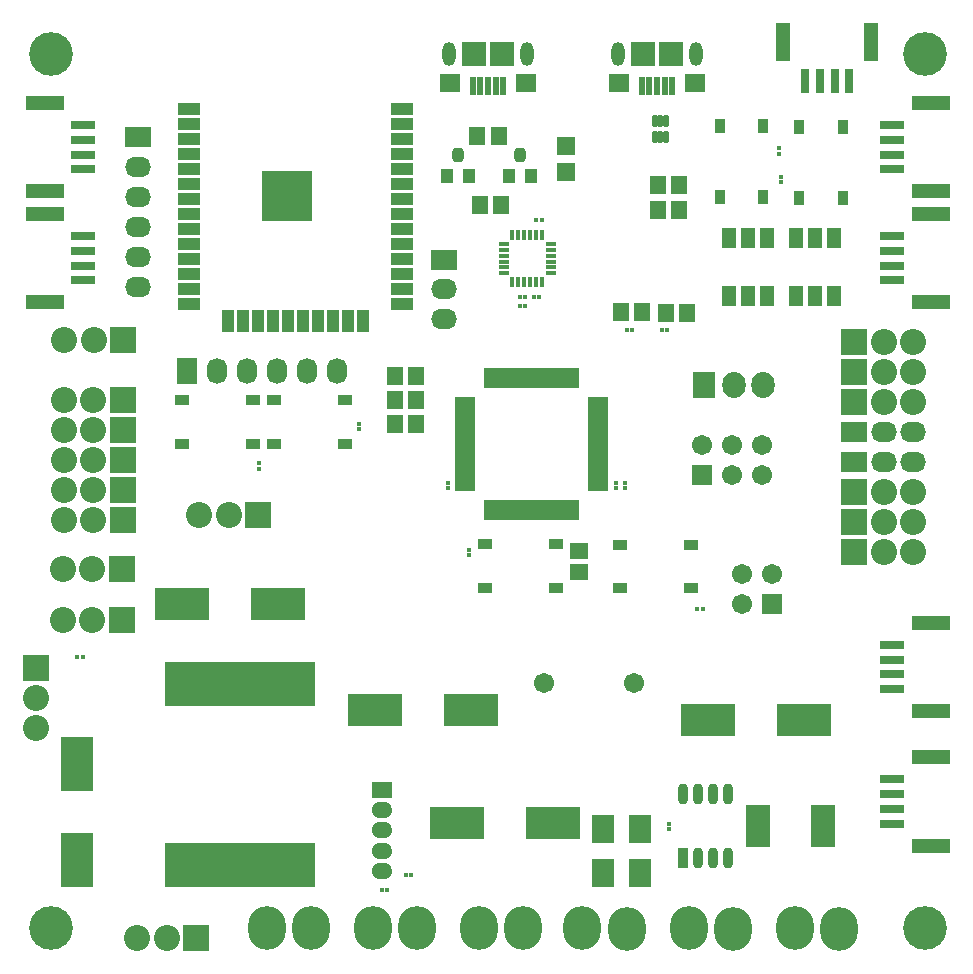
<source format=gts>
G04*
G04 #@! TF.GenerationSoftware,Altium Limited,Altium Designer,20.1.8 (145)*
G04*
G04 Layer_Color=8388736*
%FSLAX25Y25*%
%MOIN*%
G70*
G04*
G04 #@! TF.SameCoordinates,80DC2721-EA0D-41AB-A6B1-568E3CCDEEEF*
G04*
G04*
G04 #@! TF.FilePolarity,Negative*
G04*
G01*
G75*
%ADD21R,0.01900X0.06600*%
%ADD22R,0.05524X0.06312*%
%ADD23R,0.01378X0.01378*%
%ADD24R,0.01378X0.01378*%
%ADD25R,0.04737X0.03556*%
%ADD26R,0.10642X0.18123*%
%ADD27R,0.06312X0.05524*%
G04:AMPARAMS|DCode=28|XSize=46.27mil|YSize=39.58mil|CornerRadius=11.89mil|HoleSize=0mil|Usage=FLASHONLY|Rotation=90.000|XOffset=0mil|YOffset=0mil|HoleType=Round|Shape=RoundedRectangle|*
%AMROUNDEDRECTD28*
21,1,0.04627,0.01579,0,0,90.0*
21,1,0.02248,0.03958,0,0,90.0*
1,1,0.02379,0.00789,0.01124*
1,1,0.02379,0.00789,-0.01124*
1,1,0.02379,-0.00789,-0.01124*
1,1,0.02379,-0.00789,0.01124*
%
%ADD28ROUNDEDRECTD28*%
%ADD29R,0.03958X0.04627*%
%ADD30R,0.06312X0.06312*%
%ADD31R,0.06600X0.01900*%
%ADD32R,0.18123X0.10642*%
%ADD33R,0.04737X0.06706*%
%ADD34R,0.03556X0.04737*%
%ADD35R,0.04737X0.13005*%
%ADD36R,0.03162X0.08280*%
G04:AMPARAMS|DCode=37|XSize=37.53mil|YSize=21.78mil|CornerRadius=4.55mil|HoleSize=0mil|Usage=FLASHONLY|Rotation=90.000|XOffset=0mil|YOffset=0mil|HoleType=Round|Shape=RoundedRectangle|*
%AMROUNDEDRECTD37*
21,1,0.03753,0.01268,0,0,90.0*
21,1,0.02843,0.02178,0,0,90.0*
1,1,0.00910,0.00634,0.01421*
1,1,0.00910,0.00634,-0.01421*
1,1,0.00910,-0.00634,-0.01421*
1,1,0.00910,-0.00634,0.01421*
%
%ADD37ROUNDEDRECTD37*%
%ADD38R,0.03202X0.07099*%
%ADD39O,0.03202X0.07099*%
%ADD40R,0.07300X0.09300*%
%ADD41R,0.50013X0.14580*%
%ADD42R,0.03810X0.01724*%
%ADD43R,0.01724X0.03810*%
%ADD44R,0.07493X0.04343*%
%ADD45R,0.04343X0.07493*%
%ADD46R,0.16548X0.16548*%
%ADD47R,0.07887X0.14186*%
%ADD48R,0.08280X0.08280*%
%ADD49R,0.07099X0.06312*%
%ADD50R,0.02375X0.06115*%
%ADD51R,0.13005X0.04737*%
%ADD52R,0.08280X0.03162*%
%ADD53C,0.08674*%
%ADD54R,0.08674X0.08674*%
%ADD55O,0.07690X0.08674*%
%ADD56R,0.07690X0.08674*%
%ADD57C,0.06706*%
%ADD58O,0.08674X0.06706*%
%ADD59R,0.08674X0.06706*%
%ADD60O,0.06942X0.05328*%
%ADD61R,0.06942X0.05328*%
%ADD62R,0.08674X0.08674*%
%ADD63O,0.06706X0.08674*%
%ADD64R,0.06706X0.08674*%
%ADD65C,0.14580*%
%ADD66O,0.12611X0.14580*%
%ADD67O,0.04343X0.07887*%
%ADD68R,0.06706X0.06706*%
%ADD69O,0.08674X0.06800*%
%ADD70R,0.08674X0.06800*%
%ADD71R,0.06706X0.06706*%
%ADD72C,0.01887*%
D21*
X273472Y293754D02*
D03*
X271472D02*
D03*
X255672Y249553D02*
D03*
X257672D02*
D03*
X259672D02*
D03*
X261572D02*
D03*
X263572D02*
D03*
X265572D02*
D03*
X267472D02*
D03*
X269472D02*
D03*
X271472D02*
D03*
X273472D02*
D03*
X275372D02*
D03*
X277372D02*
D03*
X279372D02*
D03*
X281272D02*
D03*
X283272D02*
D03*
X285272D02*
D03*
Y293754D02*
D03*
X283272D02*
D03*
X281272D02*
D03*
X279372D02*
D03*
X277372D02*
D03*
X275372D02*
D03*
X269472D02*
D03*
X267472D02*
D03*
X265572D02*
D03*
X263572D02*
D03*
X261572D02*
D03*
X259672D02*
D03*
X257672D02*
D03*
X255672D02*
D03*
D22*
X300197Y315551D02*
D03*
X307283D02*
D03*
X322342Y315453D02*
D03*
X315256D02*
D03*
X319685Y357874D02*
D03*
X312598D02*
D03*
X319685Y349705D02*
D03*
X312598D02*
D03*
X259449Y374311D02*
D03*
X252362D02*
D03*
X231988Y286417D02*
D03*
X224902D02*
D03*
X231988Y294488D02*
D03*
X224902D02*
D03*
X231988Y278445D02*
D03*
X224902D02*
D03*
X260335Y351279D02*
D03*
X253248D02*
D03*
D23*
X302165Y309547D02*
D03*
X303937D02*
D03*
X313976D02*
D03*
X315748D02*
D03*
X272047Y346358D02*
D03*
X273819D02*
D03*
X271260Y320768D02*
D03*
X273031D02*
D03*
X266437Y317717D02*
D03*
X268209D02*
D03*
X266437Y320669D02*
D03*
X268209D02*
D03*
X327461Y216732D02*
D03*
X325689D02*
D03*
X230217Y127953D02*
D03*
X228445D02*
D03*
X222342Y123031D02*
D03*
X220571D02*
D03*
X118996Y200787D02*
D03*
X120768D02*
D03*
D24*
X249508Y236417D02*
D03*
Y234646D02*
D03*
X353445Y360630D02*
D03*
Y358858D02*
D03*
X353051Y368504D02*
D03*
Y370276D02*
D03*
X179429Y265256D02*
D03*
Y263484D02*
D03*
X212795Y278445D02*
D03*
Y276673D02*
D03*
X242421Y256988D02*
D03*
Y258760D02*
D03*
X301575Y256988D02*
D03*
Y258760D02*
D03*
X298721Y256988D02*
D03*
Y258760D02*
D03*
X316142Y144980D02*
D03*
Y143209D02*
D03*
D25*
X299803Y238091D02*
D03*
Y223524D02*
D03*
X323425Y238091D02*
D03*
Y223524D02*
D03*
X153937Y286221D02*
D03*
Y271654D02*
D03*
X177559Y286221D02*
D03*
Y271654D02*
D03*
X184646Y286221D02*
D03*
Y271654D02*
D03*
X208268Y286221D02*
D03*
Y271654D02*
D03*
X254921Y238287D02*
D03*
Y223721D02*
D03*
X278543Y238287D02*
D03*
Y223721D02*
D03*
D26*
X118898Y165032D02*
D03*
Y133031D02*
D03*
D27*
X286122Y236122D02*
D03*
Y229035D02*
D03*
D28*
X266732Y368110D02*
D03*
X246063D02*
D03*
D29*
X270413Y361110D02*
D03*
X262932D02*
D03*
X242263D02*
D03*
X249743D02*
D03*
D30*
X281890Y362402D02*
D03*
Y371063D02*
D03*
D31*
X292572Y256854D02*
D03*
Y258854D02*
D03*
Y260854D02*
D03*
Y262754D02*
D03*
Y264754D02*
D03*
Y266754D02*
D03*
Y268653D02*
D03*
Y270654D02*
D03*
Y272654D02*
D03*
Y274654D02*
D03*
Y276554D02*
D03*
Y278554D02*
D03*
Y280554D02*
D03*
Y282453D02*
D03*
Y284454D02*
D03*
Y286454D02*
D03*
X248372D02*
D03*
Y284454D02*
D03*
Y282453D02*
D03*
Y280554D02*
D03*
Y278554D02*
D03*
Y276554D02*
D03*
Y274654D02*
D03*
Y272654D02*
D03*
Y270654D02*
D03*
Y268653D02*
D03*
Y266754D02*
D03*
Y264754D02*
D03*
Y262754D02*
D03*
Y260854D02*
D03*
Y258854D02*
D03*
Y256854D02*
D03*
D32*
X361094Y179528D02*
D03*
X329095D02*
D03*
X153996Y218406D02*
D03*
X185996D02*
D03*
X245532Y145374D02*
D03*
X277532D02*
D03*
X218366Y182874D02*
D03*
X250366D02*
D03*
D33*
X336319Y321063D02*
D03*
X342618D02*
D03*
X348917D02*
D03*
X336319Y340354D02*
D03*
X342618D02*
D03*
X348917D02*
D03*
X358661Y320965D02*
D03*
X364961D02*
D03*
X371260D02*
D03*
X358661Y340256D02*
D03*
X364961D02*
D03*
X371260D02*
D03*
D34*
X374114Y377362D02*
D03*
X359547D02*
D03*
X374114Y353740D02*
D03*
X359547D02*
D03*
X347736Y377658D02*
D03*
X333169D02*
D03*
X347736Y354035D02*
D03*
X333169D02*
D03*
D35*
X383731Y405512D02*
D03*
X354331D02*
D03*
D36*
X376395Y392712D02*
D03*
X371473D02*
D03*
X366552D02*
D03*
X361631D02*
D03*
D37*
X311417Y374055D02*
D03*
X313386D02*
D03*
X315354D02*
D03*
Y379488D02*
D03*
X313386D02*
D03*
X311417D02*
D03*
D38*
X320905Y133661D02*
D03*
D39*
X325905D02*
D03*
X330906D02*
D03*
X335906D02*
D03*
X320905Y154921D02*
D03*
X325905D02*
D03*
X330906D02*
D03*
X335906D02*
D03*
D40*
X294094Y128740D02*
D03*
X306594D02*
D03*
X294094Y143307D02*
D03*
X306594D02*
D03*
D41*
X173228Y191634D02*
D03*
Y131201D02*
D03*
D42*
X261240Y338386D02*
D03*
Y336417D02*
D03*
Y334449D02*
D03*
Y332480D02*
D03*
Y330512D02*
D03*
Y328543D02*
D03*
X276752D02*
D03*
Y330512D02*
D03*
Y332480D02*
D03*
Y334449D02*
D03*
Y336417D02*
D03*
Y338386D02*
D03*
D43*
X264075Y325709D02*
D03*
X266043D02*
D03*
X268012D02*
D03*
X269980D02*
D03*
X271949D02*
D03*
X273917D02*
D03*
Y341220D02*
D03*
X271949D02*
D03*
X269980D02*
D03*
X268012D02*
D03*
X266043D02*
D03*
X264075D02*
D03*
D44*
X227165Y383504D02*
D03*
Y378504D02*
D03*
Y373504D02*
D03*
Y368504D02*
D03*
Y363504D02*
D03*
Y358504D02*
D03*
Y353504D02*
D03*
Y348504D02*
D03*
Y343504D02*
D03*
Y338504D02*
D03*
Y333504D02*
D03*
Y328504D02*
D03*
Y323504D02*
D03*
Y318504D02*
D03*
X156299D02*
D03*
Y323504D02*
D03*
Y328504D02*
D03*
Y333504D02*
D03*
Y338504D02*
D03*
Y343504D02*
D03*
Y348504D02*
D03*
Y353504D02*
D03*
Y358504D02*
D03*
Y363504D02*
D03*
Y368504D02*
D03*
Y373504D02*
D03*
Y378504D02*
D03*
Y383504D02*
D03*
D45*
X214232Y312598D02*
D03*
X209232D02*
D03*
X204232D02*
D03*
X199232D02*
D03*
X194232D02*
D03*
X189232D02*
D03*
X184232D02*
D03*
X179232D02*
D03*
X174232D02*
D03*
X169232D02*
D03*
D46*
X188976Y354331D02*
D03*
D47*
X367520Y144488D02*
D03*
X345866D02*
D03*
D48*
X251181Y401575D02*
D03*
X260630D02*
D03*
X307480D02*
D03*
X316929D02*
D03*
D49*
X243307Y391929D02*
D03*
X268504D02*
D03*
X299606D02*
D03*
X324803D02*
D03*
D50*
X250787Y391043D02*
D03*
X253346D02*
D03*
X255906D02*
D03*
X258465D02*
D03*
X261024D02*
D03*
X307087D02*
D03*
X309646D02*
D03*
X312205D02*
D03*
X314764D02*
D03*
X317323D02*
D03*
D51*
X403544Y355853D02*
D03*
Y385253D02*
D03*
X403543Y137795D02*
D03*
Y167195D02*
D03*
X403544Y318898D02*
D03*
Y348298D02*
D03*
X108267D02*
D03*
Y318898D02*
D03*
Y385289D02*
D03*
Y355889D02*
D03*
X403544Y182624D02*
D03*
Y212024D02*
D03*
D52*
X390744Y363189D02*
D03*
Y368110D02*
D03*
Y373031D02*
D03*
Y377953D02*
D03*
X390743Y145132D02*
D03*
Y150053D02*
D03*
Y154974D02*
D03*
Y159895D02*
D03*
X390744Y326234D02*
D03*
Y331155D02*
D03*
Y336076D02*
D03*
Y340998D02*
D03*
X121067Y340961D02*
D03*
Y336040D02*
D03*
Y331119D02*
D03*
Y326198D02*
D03*
Y377953D02*
D03*
Y373031D02*
D03*
Y368110D02*
D03*
Y363189D02*
D03*
X390744Y189961D02*
D03*
Y194882D02*
D03*
Y199803D02*
D03*
Y204724D02*
D03*
D53*
X124016Y213090D02*
D03*
X114173D02*
D03*
X124016Y230118D02*
D03*
X114173D02*
D03*
X148819Y107087D02*
D03*
X138976D02*
D03*
X169488Y248031D02*
D03*
X159646D02*
D03*
X124508Y306299D02*
D03*
X114665D02*
D03*
X105315Y187008D02*
D03*
Y177165D02*
D03*
X397638Y235591D02*
D03*
X387795D02*
D03*
X397638Y245590D02*
D03*
X387795D02*
D03*
X397638Y255591D02*
D03*
X387795D02*
D03*
X397638Y285591D02*
D03*
X387795D02*
D03*
X397638Y295590D02*
D03*
X387795D02*
D03*
X397638Y305591D02*
D03*
X387795D02*
D03*
X124311Y246339D02*
D03*
X114469D02*
D03*
X124311Y256339D02*
D03*
X114469D02*
D03*
X124311Y266339D02*
D03*
X114469D02*
D03*
X124311Y276339D02*
D03*
X114469D02*
D03*
X124311Y286339D02*
D03*
X114469D02*
D03*
D54*
X133858Y213090D02*
D03*
Y230118D02*
D03*
X158661Y107087D02*
D03*
X179331Y248031D02*
D03*
X134350Y306299D02*
D03*
X377953Y235591D02*
D03*
Y245590D02*
D03*
Y255591D02*
D03*
Y285591D02*
D03*
Y295590D02*
D03*
Y305591D02*
D03*
X134153Y246339D02*
D03*
Y256339D02*
D03*
Y266339D02*
D03*
Y276339D02*
D03*
Y286339D02*
D03*
D55*
X337795Y291339D02*
D03*
X347638D02*
D03*
D56*
X327953D02*
D03*
D57*
X274508Y192028D02*
D03*
X304429D02*
D03*
X337402Y261260D02*
D03*
X347402D02*
D03*
X327402Y271260D02*
D03*
X337402D02*
D03*
X347402D02*
D03*
X340689Y228307D02*
D03*
X350689D02*
D03*
X340689Y218307D02*
D03*
D58*
X139370Y324055D02*
D03*
Y334055D02*
D03*
Y344055D02*
D03*
Y354055D02*
D03*
Y364055D02*
D03*
X241339Y323327D02*
D03*
Y313484D02*
D03*
D59*
X139370Y374055D02*
D03*
X241339Y333169D02*
D03*
D60*
X220472Y129410D02*
D03*
Y136142D02*
D03*
Y142874D02*
D03*
Y149606D02*
D03*
D61*
Y156339D02*
D03*
D62*
X105315Y196850D02*
D03*
D63*
X205709Y296161D02*
D03*
X195709D02*
D03*
X185709D02*
D03*
X175709D02*
D03*
X165709D02*
D03*
D64*
X155709D02*
D03*
D65*
X110236Y110236D02*
D03*
X401575D02*
D03*
Y401575D02*
D03*
X110236D02*
D03*
D66*
X302102Y110036D02*
D03*
X287402Y110236D02*
D03*
X196850D02*
D03*
X182150Y110436D02*
D03*
X372968Y110036D02*
D03*
X358268Y110236D02*
D03*
X232283D02*
D03*
X217583Y110436D02*
D03*
X337535Y110036D02*
D03*
X322835Y110236D02*
D03*
X267717D02*
D03*
X253016Y110436D02*
D03*
D67*
X242913Y401575D02*
D03*
X268898D02*
D03*
X299213D02*
D03*
X325197D02*
D03*
D68*
X327402Y261260D02*
D03*
D69*
X397638Y265591D02*
D03*
X387795D02*
D03*
X397638Y275590D02*
D03*
X387795D02*
D03*
D70*
X377953Y265591D02*
D03*
Y275590D02*
D03*
D71*
X350689Y218307D02*
D03*
D72*
X299702Y114936D02*
D03*
X297802Y113136D02*
D03*
X307302Y110036D02*
D03*
X306502Y106836D02*
D03*
X302102Y104236D02*
D03*
X304602Y105136D02*
D03*
X299202Y105236D02*
D03*
X297302Y107436D02*
D03*
X297002Y110336D02*
D03*
X302202Y115836D02*
D03*
X306702Y113036D02*
D03*
X292502Y110136D02*
D03*
X291902Y107136D02*
D03*
X289902Y105236D02*
D03*
X287302Y104336D02*
D03*
X284502Y105336D02*
D03*
X282602Y107436D02*
D03*
X282202Y110536D02*
D03*
X282902Y113436D02*
D03*
X284602Y115236D02*
D03*
X287302Y116036D02*
D03*
X290202Y115036D02*
D03*
X292002Y113136D02*
D03*
X194450Y115136D02*
D03*
X192550Y113336D02*
D03*
X202050Y110236D02*
D03*
X201250Y107036D02*
D03*
X196850Y104436D02*
D03*
X199350Y105336D02*
D03*
X193950Y105436D02*
D03*
X192050Y107636D02*
D03*
X191750Y110536D02*
D03*
X196950Y116036D02*
D03*
X201450Y113236D02*
D03*
X187250Y110336D02*
D03*
X186650Y107336D02*
D03*
X184650Y105436D02*
D03*
X182050Y104536D02*
D03*
X179250Y105536D02*
D03*
X177350Y107636D02*
D03*
X176950Y110736D02*
D03*
X177650Y113636D02*
D03*
X179350Y115436D02*
D03*
X182050Y116236D02*
D03*
X184950Y115236D02*
D03*
X186750Y113336D02*
D03*
X370568Y114936D02*
D03*
X368668Y113136D02*
D03*
X378168Y110036D02*
D03*
X377368Y106836D02*
D03*
X372968Y104236D02*
D03*
X375468Y105136D02*
D03*
X370068Y105236D02*
D03*
X368168Y107436D02*
D03*
X367868Y110336D02*
D03*
X373068Y115836D02*
D03*
X377568Y113036D02*
D03*
X363368Y110136D02*
D03*
X362768Y107136D02*
D03*
X360768Y105236D02*
D03*
X358168Y104336D02*
D03*
X355368Y105336D02*
D03*
X353468Y107436D02*
D03*
X353068Y110536D02*
D03*
X353768Y113436D02*
D03*
X355468Y115236D02*
D03*
X358168Y116036D02*
D03*
X361068Y115036D02*
D03*
X362868Y113136D02*
D03*
X229884Y115136D02*
D03*
X227983Y113336D02*
D03*
X237484Y110236D02*
D03*
X236684Y107036D02*
D03*
X232283Y104436D02*
D03*
X234784Y105336D02*
D03*
X229383Y105436D02*
D03*
X227484Y107636D02*
D03*
X227184Y110536D02*
D03*
X232383Y116036D02*
D03*
X236883Y113236D02*
D03*
X222684Y110336D02*
D03*
X222083Y107336D02*
D03*
X220083Y105436D02*
D03*
X217483Y104536D02*
D03*
X214684Y105536D02*
D03*
X212784Y107636D02*
D03*
X212384Y110736D02*
D03*
X213084Y113636D02*
D03*
X214784Y115436D02*
D03*
X217483Y116236D02*
D03*
X220384Y115236D02*
D03*
X222183Y113336D02*
D03*
X335135Y114936D02*
D03*
X333235Y113136D02*
D03*
X342735Y110036D02*
D03*
X341935Y106836D02*
D03*
X337535Y104236D02*
D03*
X340035Y105136D02*
D03*
X334635Y105236D02*
D03*
X332735Y107436D02*
D03*
X332435Y110336D02*
D03*
X337635Y115836D02*
D03*
X342135Y113036D02*
D03*
X327935Y110136D02*
D03*
X327335Y107136D02*
D03*
X325335Y105236D02*
D03*
X322735Y104336D02*
D03*
X319935Y105336D02*
D03*
X318035Y107436D02*
D03*
X317635Y110536D02*
D03*
X318335Y113436D02*
D03*
X320035Y115236D02*
D03*
X322735Y116036D02*
D03*
X325635Y115036D02*
D03*
X327435Y113136D02*
D03*
X265317Y115136D02*
D03*
X263417Y113336D02*
D03*
X272917Y110236D02*
D03*
X272116Y107036D02*
D03*
X267717Y104436D02*
D03*
X270216Y105336D02*
D03*
X264816Y105436D02*
D03*
X262916Y107636D02*
D03*
X262616Y110536D02*
D03*
X267816Y116036D02*
D03*
X272317Y113236D02*
D03*
X258117Y110336D02*
D03*
X257517Y107336D02*
D03*
X255517Y105436D02*
D03*
X252917Y104536D02*
D03*
X250116Y105536D02*
D03*
X248217Y107636D02*
D03*
X247816Y110736D02*
D03*
X248517Y113636D02*
D03*
X250217Y115436D02*
D03*
X252917Y116236D02*
D03*
X255817Y115236D02*
D03*
X257616Y113336D02*
D03*
M02*

</source>
